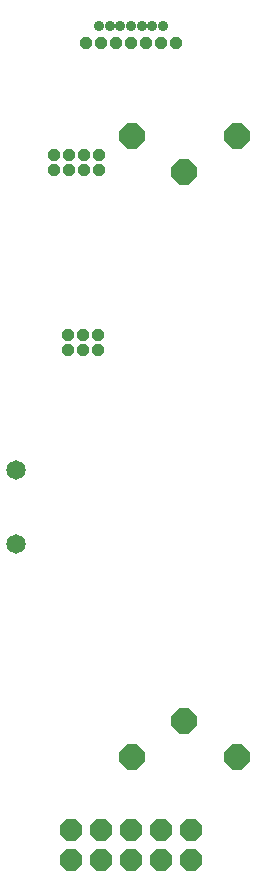
<source format=gbs>
G75*
%MOIN*%
%OFA0B0*%
%FSLAX25Y25*%
%IPPOS*%
%LPD*%
%AMOC8*
5,1,8,0,0,1.08239X$1,22.5*
%
%ADD10OC8,0.07200*%
%ADD11OC8,0.03848*%
%ADD12C,0.06506*%
%ADD13OC8,0.08400*%
%ADD14OC8,0.04143*%
%ADD15C,0.03553*%
D10*
X0094681Y0066374D03*
X0094681Y0076374D03*
X0104681Y0076374D03*
X0104681Y0066374D03*
X0114681Y0066374D03*
X0114681Y0076374D03*
X0124681Y0076374D03*
X0124681Y0066374D03*
X0134681Y0066374D03*
X0134681Y0076374D03*
D11*
X0129681Y0338736D03*
X0124681Y0338736D03*
X0119681Y0338736D03*
X0114681Y0338736D03*
X0109681Y0338736D03*
X0104681Y0338736D03*
X0099681Y0338736D03*
D12*
X0076295Y0171768D03*
X0076295Y0196374D03*
D13*
X0114898Y0100713D03*
X0132398Y0112713D03*
X0149898Y0100713D03*
X0132398Y0295713D03*
X0149898Y0307713D03*
X0114898Y0307713D03*
D14*
X0104071Y0301236D03*
X0104071Y0296236D03*
X0099071Y0296236D03*
X0099071Y0301236D03*
X0094071Y0301236D03*
X0094071Y0296236D03*
X0089071Y0296236D03*
X0089071Y0301236D03*
X0093539Y0241394D03*
X0093539Y0236394D03*
X0098539Y0236394D03*
X0098539Y0241394D03*
X0103539Y0241394D03*
X0103539Y0236394D03*
D15*
X0104051Y0344406D03*
X0107594Y0344406D03*
X0111138Y0344406D03*
X0114681Y0344406D03*
X0118224Y0344406D03*
X0121768Y0344406D03*
X0125311Y0344406D03*
M02*

</source>
